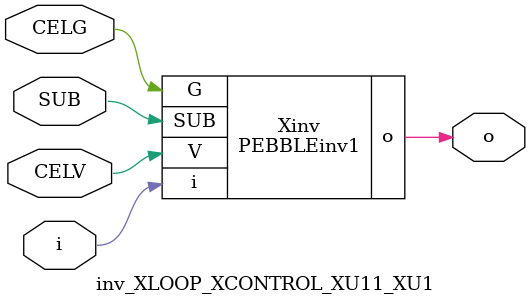
<source format=v>



module PEBBLEinv1 ( o, G, SUB, V, i );

  input V;
  input i;
  input G;
  output o;
  input SUB;
endmodule

//Celera Confidential Do Not Copy inv_XLOOP_XCONTROL_XU11_XU1
//Celera Confidential Symbol Generator
//5V Inverter
module inv_XLOOP_XCONTROL_XU11_XU1 (CELV,CELG,i,o,SUB);
input CELV;
input CELG;
input i;
input SUB;
output o;

//Celera Confidential Do Not Copy inv
PEBBLEinv1 Xinv(
.V (CELV),
.i (i),
.o (o),
.SUB (SUB),
.G (CELG)
);
//,diesize,PEBBLEinv1

//Celera Confidential Do Not Copy Module End
//Celera Schematic Generator
endmodule

</source>
